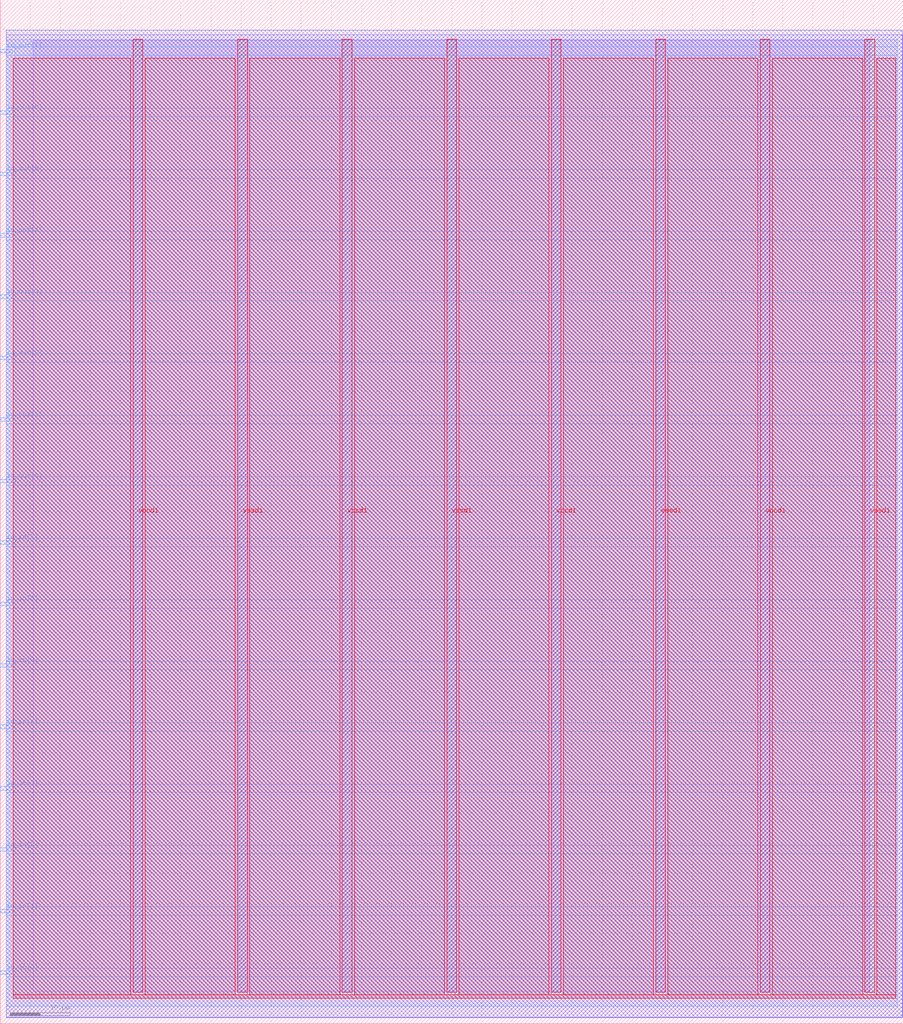
<source format=lef>
VERSION 5.7 ;
  NOWIREEXTENSIONATPIN ON ;
  DIVIDERCHAR "/" ;
  BUSBITCHARS "[]" ;
MACRO tinysat
  CLASS BLOCK ;
  FOREIGN tinysat ;
  ORIGIN 0.000 0.000 ;
  SIZE 150.000 BY 170.000 ;
  PIN io_in[0]
    DIRECTION INPUT ;
    USE SIGNAL ;
    PORT
      LAYER met3 ;
        RECT 0.000 8.200 2.000 8.800 ;
    END
  END io_in[0]
  PIN io_in[1]
    DIRECTION INPUT ;
    USE SIGNAL ;
    PORT
      LAYER met3 ;
        RECT 0.000 18.400 2.000 19.000 ;
    END
  END io_in[1]
  PIN io_in[2]
    DIRECTION INPUT ;
    USE SIGNAL ;
    PORT
      LAYER met3 ;
        RECT 0.000 28.600 2.000 29.200 ;
    END
  END io_in[2]
  PIN io_in[3]
    DIRECTION INPUT ;
    USE SIGNAL ;
    PORT
      LAYER met3 ;
        RECT 0.000 38.800 2.000 39.400 ;
    END
  END io_in[3]
  PIN io_in[4]
    DIRECTION INPUT ;
    USE SIGNAL ;
    PORT
      LAYER met3 ;
        RECT 0.000 49.000 2.000 49.600 ;
    END
  END io_in[4]
  PIN io_in[5]
    DIRECTION INPUT ;
    USE SIGNAL ;
    PORT
      LAYER met3 ;
        RECT 0.000 59.200 2.000 59.800 ;
    END
  END io_in[5]
  PIN io_in[6]
    DIRECTION INPUT ;
    USE SIGNAL ;
    PORT
      LAYER met3 ;
        RECT 0.000 69.400 2.000 70.000 ;
    END
  END io_in[6]
  PIN io_in[7]
    DIRECTION INPUT ;
    USE SIGNAL ;
    PORT
      LAYER met3 ;
        RECT 0.000 79.600 2.000 80.200 ;
    END
  END io_in[7]
  PIN io_out[0]
    DIRECTION OUTPUT TRISTATE ;
    USE SIGNAL ;
    PORT
      LAYER met3 ;
        RECT 0.000 89.800 2.000 90.400 ;
    END
  END io_out[0]
  PIN io_out[1]
    DIRECTION OUTPUT TRISTATE ;
    USE SIGNAL ;
    PORT
      LAYER met3 ;
        RECT 0.000 100.000 2.000 100.600 ;
    END
  END io_out[1]
  PIN io_out[2]
    DIRECTION OUTPUT TRISTATE ;
    USE SIGNAL ;
    PORT
      LAYER met3 ;
        RECT 0.000 110.200 2.000 110.800 ;
    END
  END io_out[2]
  PIN io_out[3]
    DIRECTION OUTPUT TRISTATE ;
    USE SIGNAL ;
    PORT
      LAYER met3 ;
        RECT 0.000 120.400 2.000 121.000 ;
    END
  END io_out[3]
  PIN io_out[4]
    DIRECTION OUTPUT TRISTATE ;
    USE SIGNAL ;
    PORT
      LAYER met3 ;
        RECT 0.000 130.600 2.000 131.200 ;
    END
  END io_out[4]
  PIN io_out[5]
    DIRECTION OUTPUT TRISTATE ;
    USE SIGNAL ;
    PORT
      LAYER met3 ;
        RECT 0.000 140.800 2.000 141.400 ;
    END
  END io_out[5]
  PIN io_out[6]
    DIRECTION OUTPUT TRISTATE ;
    USE SIGNAL ;
    PORT
      LAYER met3 ;
        RECT 0.000 151.000 2.000 151.600 ;
    END
  END io_out[6]
  PIN io_out[7]
    DIRECTION OUTPUT TRISTATE ;
    USE SIGNAL ;
    PORT
      LAYER met3 ;
        RECT 0.000 161.200 2.000 161.800 ;
    END
  END io_out[7]
  PIN vccd1
    DIRECTION INOUT ;
    USE POWER ;
    PORT
      LAYER met4 ;
        RECT 22.085 5.200 23.685 163.440 ;
    END
    PORT
      LAYER met4 ;
        RECT 56.815 5.200 58.415 163.440 ;
    END
    PORT
      LAYER met4 ;
        RECT 91.545 5.200 93.145 163.440 ;
    END
    PORT
      LAYER met4 ;
        RECT 126.275 5.200 127.875 163.440 ;
    END
  END vccd1
  PIN vssd1
    DIRECTION INOUT ;
    USE GROUND ;
    PORT
      LAYER met4 ;
        RECT 39.450 5.200 41.050 163.440 ;
    END
    PORT
      LAYER met4 ;
        RECT 74.180 5.200 75.780 163.440 ;
    END
    PORT
      LAYER met4 ;
        RECT 108.910 5.200 110.510 163.440 ;
    END
    PORT
      LAYER met4 ;
        RECT 143.640 5.200 145.240 163.440 ;
    END
  END vssd1
  OBS
      LAYER li1 ;
        RECT 5.520 5.355 144.440 163.285 ;
      LAYER met1 ;
        RECT 0.990 1.060 149.890 164.180 ;
      LAYER met2 ;
        RECT 1.010 1.030 149.860 164.970 ;
      LAYER met3 ;
        RECT 0.985 162.200 148.975 163.365 ;
        RECT 2.400 160.800 148.975 162.200 ;
        RECT 0.985 152.000 148.975 160.800 ;
        RECT 2.400 150.600 148.975 152.000 ;
        RECT 0.985 141.800 148.975 150.600 ;
        RECT 2.400 140.400 148.975 141.800 ;
        RECT 0.985 131.600 148.975 140.400 ;
        RECT 2.400 130.200 148.975 131.600 ;
        RECT 0.985 121.400 148.975 130.200 ;
        RECT 2.400 120.000 148.975 121.400 ;
        RECT 0.985 111.200 148.975 120.000 ;
        RECT 2.400 109.800 148.975 111.200 ;
        RECT 0.985 101.000 148.975 109.800 ;
        RECT 2.400 99.600 148.975 101.000 ;
        RECT 0.985 90.800 148.975 99.600 ;
        RECT 2.400 89.400 148.975 90.800 ;
        RECT 0.985 80.600 148.975 89.400 ;
        RECT 2.400 79.200 148.975 80.600 ;
        RECT 0.985 70.400 148.975 79.200 ;
        RECT 2.400 69.000 148.975 70.400 ;
        RECT 0.985 60.200 148.975 69.000 ;
        RECT 2.400 58.800 148.975 60.200 ;
        RECT 0.985 50.000 148.975 58.800 ;
        RECT 2.400 48.600 148.975 50.000 ;
        RECT 0.985 39.800 148.975 48.600 ;
        RECT 2.400 38.400 148.975 39.800 ;
        RECT 0.985 29.600 148.975 38.400 ;
        RECT 2.400 28.200 148.975 29.600 ;
        RECT 0.985 19.400 148.975 28.200 ;
        RECT 2.400 18.000 148.975 19.400 ;
        RECT 0.985 9.200 148.975 18.000 ;
        RECT 2.400 7.800 148.975 9.200 ;
        RECT 0.985 2.895 148.975 7.800 ;
      LAYER met4 ;
        RECT 2.135 4.800 21.685 160.305 ;
        RECT 24.085 4.800 39.050 160.305 ;
        RECT 41.450 4.800 56.415 160.305 ;
        RECT 58.815 4.800 73.780 160.305 ;
        RECT 76.180 4.800 91.145 160.305 ;
        RECT 93.545 4.800 108.510 160.305 ;
        RECT 110.910 4.800 125.875 160.305 ;
        RECT 128.275 4.800 143.240 160.305 ;
        RECT 145.640 4.800 148.745 160.305 ;
        RECT 2.135 4.255 148.745 4.800 ;
  END
END tinysat
END LIBRARY


</source>
